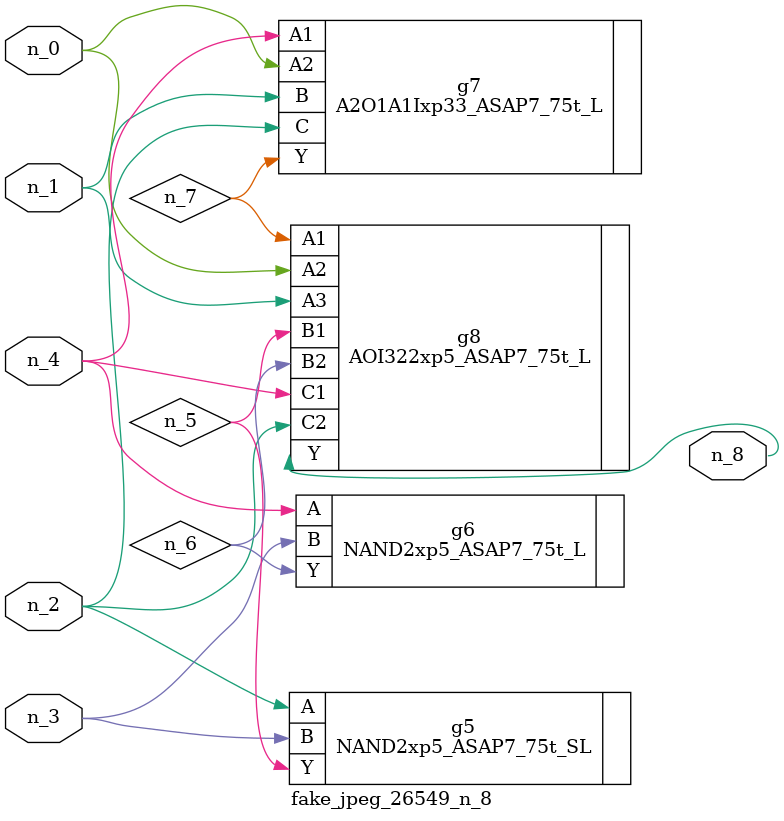
<source format=v>
module fake_jpeg_26549_n_8 (n_3, n_2, n_1, n_0, n_4, n_8);

input n_3;
input n_2;
input n_1;
input n_0;
input n_4;

output n_8;

wire n_6;
wire n_5;
wire n_7;

NAND2xp5_ASAP7_75t_SL g5 ( 
.A(n_2),
.B(n_3),
.Y(n_5)
);

NAND2xp5_ASAP7_75t_L g6 ( 
.A(n_4),
.B(n_3),
.Y(n_6)
);

A2O1A1Ixp33_ASAP7_75t_L g7 ( 
.A1(n_4),
.A2(n_0),
.B(n_1),
.C(n_2),
.Y(n_7)
);

AOI322xp5_ASAP7_75t_L g8 ( 
.A1(n_7),
.A2(n_0),
.A3(n_1),
.B1(n_5),
.B2(n_6),
.C1(n_4),
.C2(n_2),
.Y(n_8)
);


endmodule
</source>
